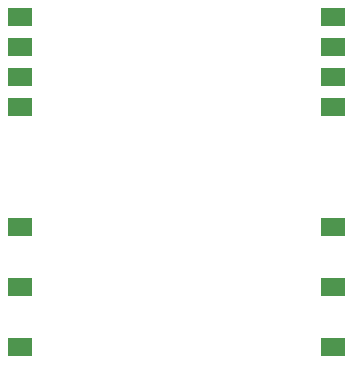
<source format=gbr>
%TF.GenerationSoftware,KiCad,Pcbnew,(5.1.9)-1*%
%TF.CreationDate,2021-05-14T01:46:21+02:00*%
%TF.ProjectId,Netzteil,4e65747a-7465-4696-9c2e-6b696361645f,rev?*%
%TF.SameCoordinates,Original*%
%TF.FileFunction,Paste,Bot*%
%TF.FilePolarity,Positive*%
%FSLAX46Y46*%
G04 Gerber Fmt 4.6, Leading zero omitted, Abs format (unit mm)*
G04 Created by KiCad (PCBNEW (5.1.9)-1) date 2021-05-14 01:46:21*
%MOMM*%
%LPD*%
G01*
G04 APERTURE LIST*
%ADD10R,2.030000X1.500000*%
G04 APERTURE END LIST*
D10*
%TO.C,PS1*%
X106765000Y-73480000D03*
X106765000Y-76020000D03*
X106765000Y-78560000D03*
X106765000Y-81100000D03*
X106765000Y-91260000D03*
X106765000Y-96340000D03*
X106765000Y-101420000D03*
X133235000Y-73480000D03*
X133235000Y-76020000D03*
X133235000Y-78560000D03*
X133235000Y-81100000D03*
X133235000Y-91260000D03*
X133235000Y-96340000D03*
X133235000Y-101420000D03*
%TD*%
M02*

</source>
